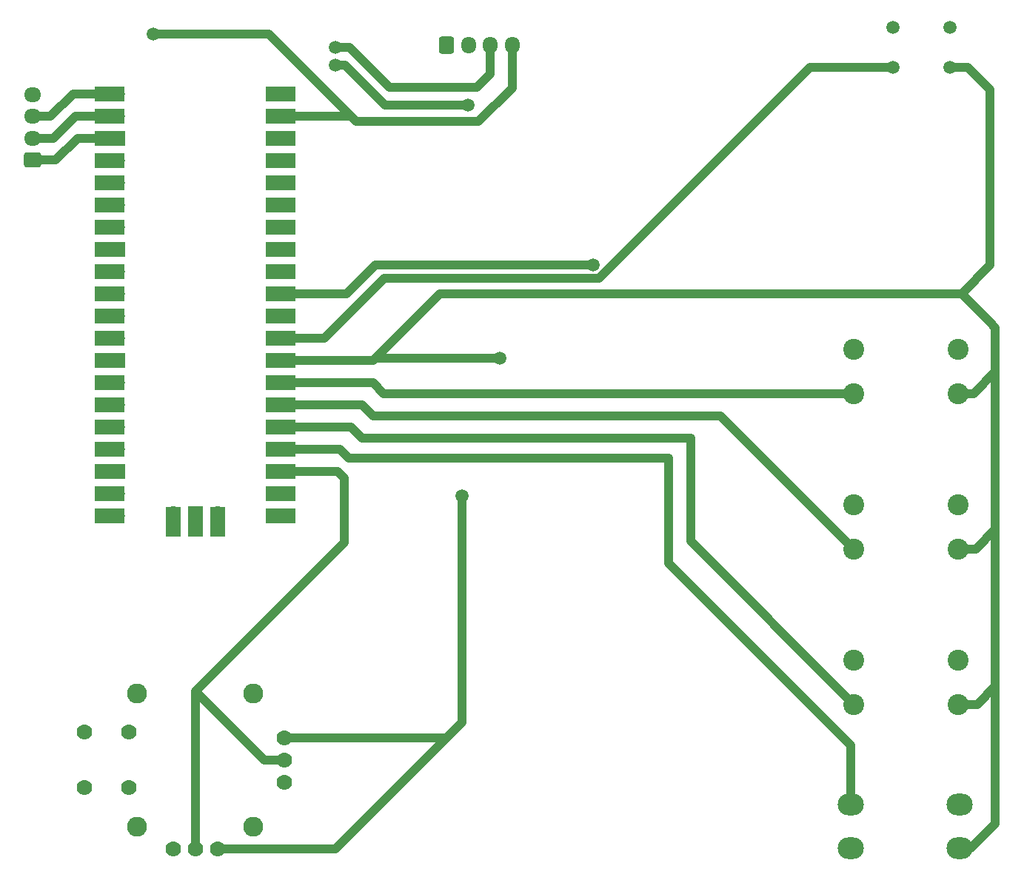
<source format=gbr>
%TF.GenerationSoftware,KiCad,Pcbnew,9.0.0*%
%TF.CreationDate,2025-04-09T20:53:35+02:00*%
%TF.ProjectId,schema,73636865-6d61-42e6-9b69-6361645f7063,rev?*%
%TF.SameCoordinates,Original*%
%TF.FileFunction,Copper,L1,Top*%
%TF.FilePolarity,Positive*%
%FSLAX46Y46*%
G04 Gerber Fmt 4.6, Leading zero omitted, Abs format (unit mm)*
G04 Created by KiCad (PCBNEW 9.0.0) date 2025-04-09 20:53:35*
%MOMM*%
%LPD*%
G01*
G04 APERTURE LIST*
G04 Aperture macros list*
%AMRoundRect*
0 Rectangle with rounded corners*
0 $1 Rounding radius*
0 $2 $3 $4 $5 $6 $7 $8 $9 X,Y pos of 4 corners*
0 Add a 4 corners polygon primitive as box body*
4,1,4,$2,$3,$4,$5,$6,$7,$8,$9,$2,$3,0*
0 Add four circle primitives for the rounded corners*
1,1,$1+$1,$2,$3*
1,1,$1+$1,$4,$5*
1,1,$1+$1,$6,$7*
1,1,$1+$1,$8,$9*
0 Add four rect primitives between the rounded corners*
20,1,$1+$1,$2,$3,$4,$5,0*
20,1,$1+$1,$4,$5,$6,$7,0*
20,1,$1+$1,$6,$7,$8,$9,0*
20,1,$1+$1,$8,$9,$2,$3,0*%
G04 Aperture macros list end*
%TA.AperFunction,ComponentPad*%
%ADD10C,1.508000*%
%TD*%
%TA.AperFunction,ComponentPad*%
%ADD11O,1.700000X1.700000*%
%TD*%
%TA.AperFunction,SMDPad,CuDef*%
%ADD12R,3.500000X1.700000*%
%TD*%
%TA.AperFunction,ComponentPad*%
%ADD13R,1.700000X1.700000*%
%TD*%
%TA.AperFunction,SMDPad,CuDef*%
%ADD14R,1.700000X3.500000*%
%TD*%
%TA.AperFunction,ComponentPad*%
%ADD15O,3.000000X2.500000*%
%TD*%
%TA.AperFunction,ComponentPad*%
%ADD16C,2.400000*%
%TD*%
%TA.AperFunction,ComponentPad*%
%ADD17RoundRect,0.250000X0.725000X-0.600000X0.725000X0.600000X-0.725000X0.600000X-0.725000X-0.600000X0*%
%TD*%
%TA.AperFunction,ComponentPad*%
%ADD18O,1.950000X1.700000*%
%TD*%
%TA.AperFunction,ComponentPad*%
%ADD19RoundRect,0.250000X-0.600000X-0.725000X0.600000X-0.725000X0.600000X0.725000X-0.600000X0.725000X0*%
%TD*%
%TA.AperFunction,ComponentPad*%
%ADD20O,1.700000X1.950000*%
%TD*%
%TA.AperFunction,ComponentPad*%
%ADD21C,1.778000*%
%TD*%
%TA.AperFunction,ComponentPad*%
%ADD22C,2.286000*%
%TD*%
%TA.AperFunction,ViaPad*%
%ADD23C,1.500000*%
%TD*%
%TA.AperFunction,Conductor*%
%ADD24C,1.000000*%
%TD*%
G04 APERTURE END LIST*
D10*
%TO.P,REF\u002A\u002A,1*%
%TO.N,N/C*%
X224588000Y-54646000D03*
%TO.P,REF\u002A\u002A,2*%
X224588000Y-59146000D03*
%TO.P,REF\u002A\u002A,3*%
X231088000Y-54646000D03*
%TO.P,REF\u002A\u002A,4*%
X231088000Y-59146000D03*
%TD*%
D11*
%TO.P,REF\u002A\u002A,1*%
%TO.N,N/C*%
X135890000Y-62230000D03*
D12*
X134990000Y-62230000D03*
D11*
%TO.P,REF\u002A\u002A,2*%
X135890000Y-64770000D03*
D12*
X134990000Y-64770000D03*
D13*
%TO.P,REF\u002A\u002A,3*%
X135890000Y-67310000D03*
D12*
X134990000Y-67310000D03*
D11*
%TO.P,REF\u002A\u002A,4*%
X135890000Y-69850000D03*
D12*
X134990000Y-69850000D03*
D11*
%TO.P,REF\u002A\u002A,5*%
X135890000Y-72390000D03*
D12*
X134990000Y-72390000D03*
D11*
%TO.P,REF\u002A\u002A,6*%
X135890000Y-74930000D03*
D12*
X134990000Y-74930000D03*
D11*
%TO.P,REF\u002A\u002A,7*%
X135890000Y-77470000D03*
D12*
X134990000Y-77470000D03*
D13*
%TO.P,REF\u002A\u002A,8*%
X135890000Y-80010000D03*
D12*
X134990000Y-80010000D03*
D11*
%TO.P,REF\u002A\u002A,9*%
X135890000Y-82550000D03*
D12*
X134990000Y-82550000D03*
D11*
%TO.P,REF\u002A\u002A,10*%
X135890000Y-85090000D03*
D12*
X134990000Y-85090000D03*
D11*
%TO.P,REF\u002A\u002A,11*%
X135890000Y-87630000D03*
D12*
X134990000Y-87630000D03*
D11*
%TO.P,REF\u002A\u002A,12*%
X135890000Y-90170000D03*
D12*
X134990000Y-90170000D03*
D13*
%TO.P,REF\u002A\u002A,13*%
X135890000Y-92710000D03*
D12*
X134990000Y-92710000D03*
D11*
%TO.P,REF\u002A\u002A,14*%
X135890000Y-95250000D03*
D12*
X134990000Y-95250000D03*
D11*
%TO.P,REF\u002A\u002A,15*%
X135890000Y-97790000D03*
D12*
X134990000Y-97790000D03*
D11*
%TO.P,REF\u002A\u002A,16*%
X135890000Y-100330000D03*
D12*
X134990000Y-100330000D03*
D11*
%TO.P,REF\u002A\u002A,17*%
X135890000Y-102870000D03*
D12*
X134990000Y-102870000D03*
D13*
%TO.P,REF\u002A\u002A,18*%
X135890000Y-105410000D03*
D12*
X134990000Y-105410000D03*
D11*
%TO.P,REF\u002A\u002A,19*%
X135890000Y-107950000D03*
D12*
X134990000Y-107950000D03*
D11*
%TO.P,REF\u002A\u002A,20*%
X135890000Y-110490000D03*
D12*
X134990000Y-110490000D03*
D11*
%TO.P,REF\u002A\u002A,21*%
X153670000Y-110490000D03*
D12*
X154570000Y-110490000D03*
D11*
%TO.P,REF\u002A\u002A,22*%
X153670000Y-107950000D03*
D12*
X154570000Y-107950000D03*
D13*
%TO.P,REF\u002A\u002A,23*%
X153670000Y-105410000D03*
D12*
X154570000Y-105410000D03*
D11*
%TO.P,REF\u002A\u002A,24*%
X153670000Y-102870000D03*
D12*
X154570000Y-102870000D03*
D11*
%TO.P,REF\u002A\u002A,25*%
X153670000Y-100330000D03*
D12*
X154570000Y-100330000D03*
D11*
%TO.P,REF\u002A\u002A,26*%
X153670000Y-97790000D03*
D12*
X154570000Y-97790000D03*
D11*
%TO.P,REF\u002A\u002A,27*%
X153670000Y-95250000D03*
D12*
X154570000Y-95250000D03*
D13*
%TO.P,REF\u002A\u002A,28*%
X153670000Y-92710000D03*
D12*
X154570000Y-92710000D03*
D11*
%TO.P,REF\u002A\u002A,29*%
X153670000Y-90170000D03*
D12*
X154570000Y-90170000D03*
D11*
%TO.P,REF\u002A\u002A,30*%
X153670000Y-87630000D03*
D12*
X154570000Y-87630000D03*
D11*
%TO.P,REF\u002A\u002A,31*%
X153670000Y-85090000D03*
D12*
X154570000Y-85090000D03*
D11*
%TO.P,REF\u002A\u002A,32*%
X153670000Y-82550000D03*
D12*
X154570000Y-82550000D03*
D13*
%TO.P,REF\u002A\u002A,33*%
X153670000Y-80010000D03*
D12*
X154570000Y-80010000D03*
D11*
%TO.P,REF\u002A\u002A,34*%
X153670000Y-77470000D03*
D12*
X154570000Y-77470000D03*
D11*
%TO.P,REF\u002A\u002A,35*%
X153670000Y-74930000D03*
D12*
X154570000Y-74930000D03*
D11*
%TO.P,REF\u002A\u002A,36*%
X153670000Y-72390000D03*
D12*
X154570000Y-72390000D03*
D11*
%TO.P,REF\u002A\u002A,37*%
X153670000Y-69850000D03*
D12*
X154570000Y-69850000D03*
D13*
%TO.P,REF\u002A\u002A,38*%
X153670000Y-67310000D03*
D12*
X154570000Y-67310000D03*
D11*
%TO.P,REF\u002A\u002A,39*%
X153670000Y-64770000D03*
D12*
X154570000Y-64770000D03*
D11*
%TO.P,REF\u002A\u002A,40*%
X153670000Y-62230000D03*
D12*
X154570000Y-62230000D03*
D11*
%TO.P,REF\u002A\u002A,41*%
X142240000Y-110260000D03*
D14*
X142240000Y-111160000D03*
D13*
%TO.P,REF\u002A\u002A,42*%
X144780000Y-110260000D03*
D14*
X144780000Y-111160000D03*
D11*
%TO.P,REF\u002A\u002A,43*%
X147320000Y-110260000D03*
D14*
X147320000Y-111160000D03*
%TD*%
D15*
%TO.P,REF\u002A\u002A,1*%
%TO.N,N/C*%
X219710000Y-143500000D03*
X232210000Y-143500000D03*
%TO.P,REF\u002A\u002A,2*%
X219710000Y-148500000D03*
X232210000Y-148500000D03*
%TD*%
D16*
%TO.P,REF\u002A\u002A,1*%
%TO.N,N/C*%
X232060000Y-96480000D03*
%TO.P,REF\u002A\u002A,2*%
X220060000Y-96480000D03*
%TO.P,REF\u002A\u002A,3*%
X232060000Y-91480000D03*
%TO.P,REF\u002A\u002A,4*%
X220060000Y-91480000D03*
%TD*%
D17*
%TO.P,REF\u002A\u002A,1*%
%TO.N,N/C*%
X126230500Y-69790000D03*
D18*
%TO.P,REF\u002A\u002A,2*%
X126230500Y-67290000D03*
%TO.P,REF\u002A\u002A,3*%
X126230500Y-64790000D03*
%TO.P,REF\u002A\u002A,4*%
X126230500Y-62290000D03*
%TD*%
D19*
%TO.P,REF\u002A\u002A,1*%
%TO.N,N/C*%
X173542000Y-56634500D03*
D20*
%TO.P,REF\u002A\u002A,2*%
X176042000Y-56634500D03*
%TO.P,REF\u002A\u002A,3*%
X178542000Y-56634500D03*
%TO.P,REF\u002A\u002A,4*%
X181042000Y-56634500D03*
%TD*%
D16*
%TO.P,REF\u002A\u002A,1*%
%TO.N,N/C*%
X232060000Y-114260000D03*
%TO.P,REF\u002A\u002A,2*%
X220060000Y-114260000D03*
%TO.P,REF\u002A\u002A,3*%
X232060000Y-109260000D03*
%TO.P,REF\u002A\u002A,4*%
X220060000Y-109260000D03*
%TD*%
%TO.P,REF\u002A\u002A,1*%
%TO.N,N/C*%
X232060000Y-132040000D03*
%TO.P,REF\u002A\u002A,2*%
X220060000Y-132040000D03*
%TO.P,REF\u002A\u002A,3*%
X232060000Y-127040000D03*
%TO.P,REF\u002A\u002A,4*%
X220060000Y-127040000D03*
%TD*%
D21*
%TO.P,REF\u002A\u002A,B1A*%
%TO.N,N/C*%
X132080000Y-141605000D03*
%TO.P,REF\u002A\u002A,B1B*%
X132080000Y-135255000D03*
%TO.P,REF\u002A\u002A,B2A*%
X137160000Y-141605000D03*
%TO.P,REF\u002A\u002A,B2B*%
X137160000Y-135255000D03*
%TO.P,REF\u002A\u002A,H1*%
X154940000Y-140970000D03*
%TO.P,REF\u002A\u002A,H2*%
X154940000Y-138430000D03*
%TO.P,REF\u002A\u002A,H3*%
X154940000Y-135890000D03*
D22*
%TO.P,REF\u002A\u002A,S1*%
X138112500Y-146050000D03*
%TO.P,REF\u002A\u002A,S2*%
X151447500Y-146050000D03*
%TO.P,REF\u002A\u002A,S3*%
X151447500Y-130810000D03*
%TO.P,REF\u002A\u002A,S4*%
X138112500Y-130810000D03*
D21*
%TO.P,REF\u002A\u002A,V1*%
X142240000Y-148590000D03*
%TO.P,REF\u002A\u002A,V2*%
X144780000Y-148590000D03*
%TO.P,REF\u002A\u002A,V3*%
X147320000Y-148590000D03*
%TD*%
D23*
%TO.N,*%
X176000000Y-63500000D03*
X139954000Y-55372000D03*
X179578000Y-92456000D03*
X160782000Y-56896000D03*
X175260000Y-108204000D03*
X190246000Y-81788000D03*
X160782000Y-58928000D03*
%TD*%
D24*
%TO.N,*%
X181042000Y-61528000D02*
X181042000Y-56634500D01*
X163195000Y-65405000D02*
X177165000Y-65405000D01*
X162560000Y-64770000D02*
X163195000Y-65405000D01*
X177165000Y-65405000D02*
X181042000Y-61528000D01*
X166500000Y-63500000D02*
X176000000Y-63500000D01*
X165500000Y-62500000D02*
X166500000Y-63500000D01*
X161928000Y-58928000D02*
X165500000Y-62500000D01*
X160782000Y-58928000D02*
X161928000Y-58928000D01*
X177000000Y-61500000D02*
X178542000Y-59958000D01*
X167000000Y-61500000D02*
X177000000Y-61500000D01*
X162396000Y-56896000D02*
X167000000Y-61500000D01*
X160782000Y-56896000D02*
X162396000Y-56896000D01*
X178542000Y-59958000D02*
X178542000Y-56634500D01*
X165100000Y-99060000D02*
X204860000Y-99060000D01*
X161798000Y-106172000D02*
X161798000Y-113538000D01*
X232410000Y-85090000D02*
X172720000Y-85090000D01*
X233500000Y-148500000D02*
X236300000Y-145700000D01*
X131318000Y-67310000D02*
X135890000Y-67310000D01*
X232060000Y-132040000D02*
X234260000Y-132040000D01*
X163830000Y-97790000D02*
X165100000Y-99060000D01*
X236300000Y-145700000D02*
X236300000Y-130000000D01*
X131064000Y-64770000D02*
X135890000Y-64770000D01*
X224588000Y-59146000D02*
X224552000Y-59182000D01*
X126230500Y-67290000D02*
X128544000Y-67290000D01*
X126230500Y-64790000D02*
X128250000Y-64790000D01*
X153670000Y-64770000D02*
X162560000Y-64770000D01*
X220060000Y-96480000D02*
X166330000Y-96480000D01*
X144780000Y-148590000D02*
X144780000Y-130556000D01*
X190958000Y-83312000D02*
X166370000Y-83312000D01*
X152654000Y-138430000D02*
X154940000Y-138430000D01*
X165100000Y-95250000D02*
X153670000Y-95250000D01*
X161798000Y-113538000D02*
X144780000Y-130556000D01*
X233820000Y-96480000D02*
X236300000Y-94000000D01*
X236300000Y-130000000D02*
X236300000Y-112000000D01*
X220060000Y-132040000D02*
X201422000Y-113402000D01*
X236300000Y-88980000D02*
X235660000Y-88340000D01*
X162052000Y-85090000D02*
X162814000Y-84328000D01*
X232060000Y-96480000D02*
X233820000Y-96480000D01*
X153670000Y-85090000D02*
X162052000Y-85090000D01*
X234040000Y-114260000D02*
X236300000Y-112000000D01*
X235660000Y-88340000D02*
X232410000Y-85090000D01*
X233120000Y-59146000D02*
X235704000Y-61730000D01*
X231088000Y-59146000D02*
X233120000Y-59146000D01*
X139954000Y-55372000D02*
X153162000Y-55372000D01*
X130810000Y-62230000D02*
X135890000Y-62230000D01*
X215088000Y-59182000D02*
X190958000Y-83312000D01*
X172720000Y-85090000D02*
X165100000Y-92710000D01*
X153162000Y-55372000D02*
X162560000Y-64770000D01*
X236300000Y-94000000D02*
X236300000Y-88980000D01*
X128838000Y-69790000D02*
X131318000Y-67310000D01*
X201422000Y-113402000D02*
X201422000Y-101600000D01*
X219710000Y-136710000D02*
X219710000Y-143500000D01*
X173482000Y-135890000D02*
X175260000Y-134112000D01*
X236300000Y-112000000D02*
X236300000Y-94000000D01*
X153670000Y-105410000D02*
X161036000Y-105410000D01*
X162560000Y-100330000D02*
X153670000Y-100330000D01*
X232210000Y-148500000D02*
X233500000Y-148500000D01*
X198882000Y-115882000D02*
X219710000Y-136710000D01*
X162814000Y-84328000D02*
X165354000Y-81788000D01*
X128544000Y-67290000D02*
X131064000Y-64770000D01*
X165354000Y-92456000D02*
X165100000Y-92710000D01*
X161036000Y-105410000D02*
X161798000Y-106172000D01*
X175260000Y-134112000D02*
X175260000Y-108204000D01*
X232060000Y-114260000D02*
X234040000Y-114260000D01*
X166330000Y-96480000D02*
X165100000Y-95250000D01*
X159512000Y-90170000D02*
X153670000Y-90170000D01*
X163830000Y-101600000D02*
X162560000Y-100330000D01*
X162306000Y-103886000D02*
X198882000Y-103886000D01*
X147320000Y-148590000D02*
X160782000Y-148590000D01*
X160782000Y-148590000D02*
X175260000Y-134112000D01*
X166370000Y-83312000D02*
X159512000Y-90170000D01*
X204860000Y-99060000D02*
X220060000Y-114260000D01*
X179578000Y-92456000D02*
X165354000Y-92456000D01*
X234260000Y-132040000D02*
X236300000Y-130000000D01*
X171450000Y-81788000D02*
X190246000Y-81788000D01*
X201422000Y-101600000D02*
X163830000Y-101600000D01*
X126230500Y-69790000D02*
X128838000Y-69790000D01*
X165354000Y-81788000D02*
X171450000Y-81788000D01*
X198882000Y-103886000D02*
X198882000Y-115882000D01*
X235704000Y-81796000D02*
X232410000Y-85090000D01*
X153670000Y-97790000D02*
X163830000Y-97790000D01*
X153670000Y-102870000D02*
X161290000Y-102870000D01*
X224552000Y-59182000D02*
X215088000Y-59182000D01*
X154940000Y-135890000D02*
X173482000Y-135890000D01*
X128250000Y-64790000D02*
X130810000Y-62230000D01*
X165100000Y-92710000D02*
X153670000Y-92710000D01*
X135850000Y-67350000D02*
X135890000Y-67310000D01*
X161290000Y-102870000D02*
X162306000Y-103886000D01*
X144780000Y-130556000D02*
X152654000Y-138430000D01*
X235704000Y-61730000D02*
X235704000Y-81796000D01*
%TD*%
M02*

</source>
